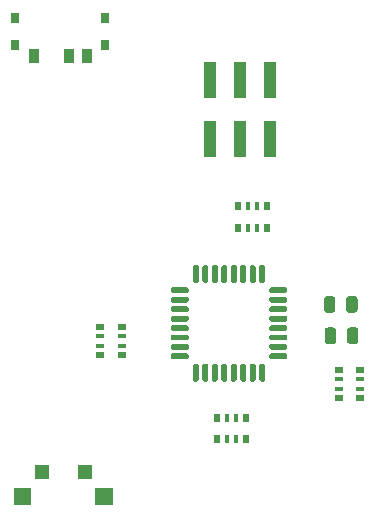
<source format=gbr>
%TF.GenerationSoftware,KiCad,Pcbnew,(5.99.0-2031-g4c5f3cb5b)*%
%TF.CreationDate,2020-06-28T22:12:08-05:00*%
%TF.ProjectId,InfinityMirrorSquare,496e6669-6e69-4747-994d-6972726f7253,rev?*%
%TF.SameCoordinates,Original*%
%TF.FileFunction,Paste,Bot*%
%TF.FilePolarity,Positive*%
%FSLAX46Y46*%
G04 Gerber Fmt 4.6, Leading zero omitted, Abs format (unit mm)*
G04 Created by KiCad (PCBNEW (5.99.0-2031-g4c5f3cb5b)) date 2020-06-28 22:12:08*
%MOMM*%
%LPD*%
G01*
G04 APERTURE LIST*
%ADD10R,1.000000X3.150000*%
%ADD11R,0.900000X1.250000*%
%ADD12R,0.800000X0.900000*%
%ADD13R,1.200000X1.200000*%
%ADD14R,0.800000X0.500000*%
%ADD15R,0.800000X0.400000*%
%ADD16R,0.500000X0.800000*%
%ADD17R,0.400000X0.800000*%
G04 APERTURE END LIST*
D10*
%TO.C,J1*%
X113040000Y-42525000D03*
X113040000Y-37475000D03*
X110500000Y-42525000D03*
X110500000Y-37475000D03*
X107960000Y-42525000D03*
X107960000Y-37475000D03*
%TD*%
%TO.C,U1*%
G36*
G01*
X112587500Y-53300000D02*
X112587500Y-54550000D01*
G75*
G02*
X112462500Y-54675000I-125000J0D01*
G01*
X112212500Y-54675000D01*
G75*
G02*
X112087500Y-54550000I0J125000D01*
G01*
X112087500Y-53300000D01*
G75*
G02*
X112212500Y-53175000I125000J0D01*
G01*
X112462500Y-53175000D01*
G75*
G02*
X112587500Y-53300000I0J-125000D01*
G01*
G37*
G36*
G01*
X111787500Y-53300000D02*
X111787500Y-54550000D01*
G75*
G02*
X111662500Y-54675000I-125000J0D01*
G01*
X111412500Y-54675000D01*
G75*
G02*
X111287500Y-54550000I0J125000D01*
G01*
X111287500Y-53300000D01*
G75*
G02*
X111412500Y-53175000I125000J0D01*
G01*
X111662500Y-53175000D01*
G75*
G02*
X111787500Y-53300000I0J-125000D01*
G01*
G37*
G36*
G01*
X110987500Y-53300000D02*
X110987500Y-54550000D01*
G75*
G02*
X110862500Y-54675000I-125000J0D01*
G01*
X110612500Y-54675000D01*
G75*
G02*
X110487500Y-54550000I0J125000D01*
G01*
X110487500Y-53300000D01*
G75*
G02*
X110612500Y-53175000I125000J0D01*
G01*
X110862500Y-53175000D01*
G75*
G02*
X110987500Y-53300000I0J-125000D01*
G01*
G37*
G36*
G01*
X110187500Y-53300000D02*
X110187500Y-54550000D01*
G75*
G02*
X110062500Y-54675000I-125000J0D01*
G01*
X109812500Y-54675000D01*
G75*
G02*
X109687500Y-54550000I0J125000D01*
G01*
X109687500Y-53300000D01*
G75*
G02*
X109812500Y-53175000I125000J0D01*
G01*
X110062500Y-53175000D01*
G75*
G02*
X110187500Y-53300000I0J-125000D01*
G01*
G37*
G36*
G01*
X109387500Y-53300000D02*
X109387500Y-54550000D01*
G75*
G02*
X109262500Y-54675000I-125000J0D01*
G01*
X109012500Y-54675000D01*
G75*
G02*
X108887500Y-54550000I0J125000D01*
G01*
X108887500Y-53300000D01*
G75*
G02*
X109012500Y-53175000I125000J0D01*
G01*
X109262500Y-53175000D01*
G75*
G02*
X109387500Y-53300000I0J-125000D01*
G01*
G37*
G36*
G01*
X108587500Y-53300000D02*
X108587500Y-54550000D01*
G75*
G02*
X108462500Y-54675000I-125000J0D01*
G01*
X108212500Y-54675000D01*
G75*
G02*
X108087500Y-54550000I0J125000D01*
G01*
X108087500Y-53300000D01*
G75*
G02*
X108212500Y-53175000I125000J0D01*
G01*
X108462500Y-53175000D01*
G75*
G02*
X108587500Y-53300000I0J-125000D01*
G01*
G37*
G36*
G01*
X107787500Y-53300000D02*
X107787500Y-54550000D01*
G75*
G02*
X107662500Y-54675000I-125000J0D01*
G01*
X107412500Y-54675000D01*
G75*
G02*
X107287500Y-54550000I0J125000D01*
G01*
X107287500Y-53300000D01*
G75*
G02*
X107412500Y-53175000I125000J0D01*
G01*
X107662500Y-53175000D01*
G75*
G02*
X107787500Y-53300000I0J-125000D01*
G01*
G37*
G36*
G01*
X106987500Y-53300000D02*
X106987500Y-54550000D01*
G75*
G02*
X106862500Y-54675000I-125000J0D01*
G01*
X106612500Y-54675000D01*
G75*
G02*
X106487500Y-54550000I0J125000D01*
G01*
X106487500Y-53300000D01*
G75*
G02*
X106612500Y-53175000I125000J0D01*
G01*
X106862500Y-53175000D01*
G75*
G02*
X106987500Y-53300000I0J-125000D01*
G01*
G37*
G36*
G01*
X106112500Y-55175000D02*
X106112500Y-55425000D01*
G75*
G02*
X105987500Y-55550000I-125000J0D01*
G01*
X104737500Y-55550000D01*
G75*
G02*
X104612500Y-55425000I0J125000D01*
G01*
X104612500Y-55175000D01*
G75*
G02*
X104737500Y-55050000I125000J0D01*
G01*
X105987500Y-55050000D01*
G75*
G02*
X106112500Y-55175000I0J-125000D01*
G01*
G37*
G36*
G01*
X106112500Y-55975000D02*
X106112500Y-56225000D01*
G75*
G02*
X105987500Y-56350000I-125000J0D01*
G01*
X104737500Y-56350000D01*
G75*
G02*
X104612500Y-56225000I0J125000D01*
G01*
X104612500Y-55975000D01*
G75*
G02*
X104737500Y-55850000I125000J0D01*
G01*
X105987500Y-55850000D01*
G75*
G02*
X106112500Y-55975000I0J-125000D01*
G01*
G37*
G36*
G01*
X106112500Y-56775000D02*
X106112500Y-57025000D01*
G75*
G02*
X105987500Y-57150000I-125000J0D01*
G01*
X104737500Y-57150000D01*
G75*
G02*
X104612500Y-57025000I0J125000D01*
G01*
X104612500Y-56775000D01*
G75*
G02*
X104737500Y-56650000I125000J0D01*
G01*
X105987500Y-56650000D01*
G75*
G02*
X106112500Y-56775000I0J-125000D01*
G01*
G37*
G36*
G01*
X106112500Y-57575000D02*
X106112500Y-57825000D01*
G75*
G02*
X105987500Y-57950000I-125000J0D01*
G01*
X104737500Y-57950000D01*
G75*
G02*
X104612500Y-57825000I0J125000D01*
G01*
X104612500Y-57575000D01*
G75*
G02*
X104737500Y-57450000I125000J0D01*
G01*
X105987500Y-57450000D01*
G75*
G02*
X106112500Y-57575000I0J-125000D01*
G01*
G37*
G36*
G01*
X106112500Y-58375000D02*
X106112500Y-58625000D01*
G75*
G02*
X105987500Y-58750000I-125000J0D01*
G01*
X104737500Y-58750000D01*
G75*
G02*
X104612500Y-58625000I0J125000D01*
G01*
X104612500Y-58375000D01*
G75*
G02*
X104737500Y-58250000I125000J0D01*
G01*
X105987500Y-58250000D01*
G75*
G02*
X106112500Y-58375000I0J-125000D01*
G01*
G37*
G36*
G01*
X106112500Y-59175000D02*
X106112500Y-59425000D01*
G75*
G02*
X105987500Y-59550000I-125000J0D01*
G01*
X104737500Y-59550000D01*
G75*
G02*
X104612500Y-59425000I0J125000D01*
G01*
X104612500Y-59175000D01*
G75*
G02*
X104737500Y-59050000I125000J0D01*
G01*
X105987500Y-59050000D01*
G75*
G02*
X106112500Y-59175000I0J-125000D01*
G01*
G37*
G36*
G01*
X106112500Y-59975000D02*
X106112500Y-60225000D01*
G75*
G02*
X105987500Y-60350000I-125000J0D01*
G01*
X104737500Y-60350000D01*
G75*
G02*
X104612500Y-60225000I0J125000D01*
G01*
X104612500Y-59975000D01*
G75*
G02*
X104737500Y-59850000I125000J0D01*
G01*
X105987500Y-59850000D01*
G75*
G02*
X106112500Y-59975000I0J-125000D01*
G01*
G37*
G36*
G01*
X106112500Y-60775000D02*
X106112500Y-61025000D01*
G75*
G02*
X105987500Y-61150000I-125000J0D01*
G01*
X104737500Y-61150000D01*
G75*
G02*
X104612500Y-61025000I0J125000D01*
G01*
X104612500Y-60775000D01*
G75*
G02*
X104737500Y-60650000I125000J0D01*
G01*
X105987500Y-60650000D01*
G75*
G02*
X106112500Y-60775000I0J-125000D01*
G01*
G37*
G36*
G01*
X106987500Y-61650000D02*
X106987500Y-62900000D01*
G75*
G02*
X106862500Y-63025000I-125000J0D01*
G01*
X106612500Y-63025000D01*
G75*
G02*
X106487500Y-62900000I0J125000D01*
G01*
X106487500Y-61650000D01*
G75*
G02*
X106612500Y-61525000I125000J0D01*
G01*
X106862500Y-61525000D01*
G75*
G02*
X106987500Y-61650000I0J-125000D01*
G01*
G37*
G36*
G01*
X107787500Y-61650000D02*
X107787500Y-62900000D01*
G75*
G02*
X107662500Y-63025000I-125000J0D01*
G01*
X107412500Y-63025000D01*
G75*
G02*
X107287500Y-62900000I0J125000D01*
G01*
X107287500Y-61650000D01*
G75*
G02*
X107412500Y-61525000I125000J0D01*
G01*
X107662500Y-61525000D01*
G75*
G02*
X107787500Y-61650000I0J-125000D01*
G01*
G37*
G36*
G01*
X108587500Y-61650000D02*
X108587500Y-62900000D01*
G75*
G02*
X108462500Y-63025000I-125000J0D01*
G01*
X108212500Y-63025000D01*
G75*
G02*
X108087500Y-62900000I0J125000D01*
G01*
X108087500Y-61650000D01*
G75*
G02*
X108212500Y-61525000I125000J0D01*
G01*
X108462500Y-61525000D01*
G75*
G02*
X108587500Y-61650000I0J-125000D01*
G01*
G37*
G36*
G01*
X109387500Y-61650000D02*
X109387500Y-62900000D01*
G75*
G02*
X109262500Y-63025000I-125000J0D01*
G01*
X109012500Y-63025000D01*
G75*
G02*
X108887500Y-62900000I0J125000D01*
G01*
X108887500Y-61650000D01*
G75*
G02*
X109012500Y-61525000I125000J0D01*
G01*
X109262500Y-61525000D01*
G75*
G02*
X109387500Y-61650000I0J-125000D01*
G01*
G37*
G36*
G01*
X110187500Y-61650000D02*
X110187500Y-62900000D01*
G75*
G02*
X110062500Y-63025000I-125000J0D01*
G01*
X109812500Y-63025000D01*
G75*
G02*
X109687500Y-62900000I0J125000D01*
G01*
X109687500Y-61650000D01*
G75*
G02*
X109812500Y-61525000I125000J0D01*
G01*
X110062500Y-61525000D01*
G75*
G02*
X110187500Y-61650000I0J-125000D01*
G01*
G37*
G36*
G01*
X110987500Y-61650000D02*
X110987500Y-62900000D01*
G75*
G02*
X110862500Y-63025000I-125000J0D01*
G01*
X110612500Y-63025000D01*
G75*
G02*
X110487500Y-62900000I0J125000D01*
G01*
X110487500Y-61650000D01*
G75*
G02*
X110612500Y-61525000I125000J0D01*
G01*
X110862500Y-61525000D01*
G75*
G02*
X110987500Y-61650000I0J-125000D01*
G01*
G37*
G36*
G01*
X111787500Y-61650000D02*
X111787500Y-62900000D01*
G75*
G02*
X111662500Y-63025000I-125000J0D01*
G01*
X111412500Y-63025000D01*
G75*
G02*
X111287500Y-62900000I0J125000D01*
G01*
X111287500Y-61650000D01*
G75*
G02*
X111412500Y-61525000I125000J0D01*
G01*
X111662500Y-61525000D01*
G75*
G02*
X111787500Y-61650000I0J-125000D01*
G01*
G37*
G36*
G01*
X112587500Y-61650000D02*
X112587500Y-62900000D01*
G75*
G02*
X112462500Y-63025000I-125000J0D01*
G01*
X112212500Y-63025000D01*
G75*
G02*
X112087500Y-62900000I0J125000D01*
G01*
X112087500Y-61650000D01*
G75*
G02*
X112212500Y-61525000I125000J0D01*
G01*
X112462500Y-61525000D01*
G75*
G02*
X112587500Y-61650000I0J-125000D01*
G01*
G37*
G36*
G01*
X114462500Y-60775000D02*
X114462500Y-61025000D01*
G75*
G02*
X114337500Y-61150000I-125000J0D01*
G01*
X113087500Y-61150000D01*
G75*
G02*
X112962500Y-61025000I0J125000D01*
G01*
X112962500Y-60775000D01*
G75*
G02*
X113087500Y-60650000I125000J0D01*
G01*
X114337500Y-60650000D01*
G75*
G02*
X114462500Y-60775000I0J-125000D01*
G01*
G37*
G36*
G01*
X114462500Y-59975000D02*
X114462500Y-60225000D01*
G75*
G02*
X114337500Y-60350000I-125000J0D01*
G01*
X113087500Y-60350000D01*
G75*
G02*
X112962500Y-60225000I0J125000D01*
G01*
X112962500Y-59975000D01*
G75*
G02*
X113087500Y-59850000I125000J0D01*
G01*
X114337500Y-59850000D01*
G75*
G02*
X114462500Y-59975000I0J-125000D01*
G01*
G37*
G36*
G01*
X114462500Y-59175000D02*
X114462500Y-59425000D01*
G75*
G02*
X114337500Y-59550000I-125000J0D01*
G01*
X113087500Y-59550000D01*
G75*
G02*
X112962500Y-59425000I0J125000D01*
G01*
X112962500Y-59175000D01*
G75*
G02*
X113087500Y-59050000I125000J0D01*
G01*
X114337500Y-59050000D01*
G75*
G02*
X114462500Y-59175000I0J-125000D01*
G01*
G37*
G36*
G01*
X114462500Y-58375000D02*
X114462500Y-58625000D01*
G75*
G02*
X114337500Y-58750000I-125000J0D01*
G01*
X113087500Y-58750000D01*
G75*
G02*
X112962500Y-58625000I0J125000D01*
G01*
X112962500Y-58375000D01*
G75*
G02*
X113087500Y-58250000I125000J0D01*
G01*
X114337500Y-58250000D01*
G75*
G02*
X114462500Y-58375000I0J-125000D01*
G01*
G37*
G36*
G01*
X114462500Y-57575000D02*
X114462500Y-57825000D01*
G75*
G02*
X114337500Y-57950000I-125000J0D01*
G01*
X113087500Y-57950000D01*
G75*
G02*
X112962500Y-57825000I0J125000D01*
G01*
X112962500Y-57575000D01*
G75*
G02*
X113087500Y-57450000I125000J0D01*
G01*
X114337500Y-57450000D01*
G75*
G02*
X114462500Y-57575000I0J-125000D01*
G01*
G37*
G36*
G01*
X114462500Y-56775000D02*
X114462500Y-57025000D01*
G75*
G02*
X114337500Y-57150000I-125000J0D01*
G01*
X113087500Y-57150000D01*
G75*
G02*
X112962500Y-57025000I0J125000D01*
G01*
X112962500Y-56775000D01*
G75*
G02*
X113087500Y-56650000I125000J0D01*
G01*
X114337500Y-56650000D01*
G75*
G02*
X114462500Y-56775000I0J-125000D01*
G01*
G37*
G36*
G01*
X114462500Y-55975000D02*
X114462500Y-56225000D01*
G75*
G02*
X114337500Y-56350000I-125000J0D01*
G01*
X113087500Y-56350000D01*
G75*
G02*
X112962500Y-56225000I0J125000D01*
G01*
X112962500Y-55975000D01*
G75*
G02*
X113087500Y-55850000I125000J0D01*
G01*
X114337500Y-55850000D01*
G75*
G02*
X114462500Y-55975000I0J-125000D01*
G01*
G37*
G36*
G01*
X114462500Y-55175000D02*
X114462500Y-55425000D01*
G75*
G02*
X114337500Y-55550000I-125000J0D01*
G01*
X113087500Y-55550000D01*
G75*
G02*
X112962500Y-55425000I0J125000D01*
G01*
X112962500Y-55175000D01*
G75*
G02*
X113087500Y-55050000I125000J0D01*
G01*
X114337500Y-55050000D01*
G75*
G02*
X114462500Y-55175000I0J-125000D01*
G01*
G37*
%TD*%
D11*
%TO.C,SW2*%
X93000000Y-35500000D03*
X96000000Y-35500000D03*
X97500000Y-35500000D03*
D12*
X99050000Y-34525000D03*
X91440000Y-34525000D03*
X91450000Y-32225000D03*
X99050000Y-32225000D03*
%TD*%
%TO.C,SW1*%
G36*
X99700000Y-73500000D02*
G01*
X98200000Y-73500000D01*
X98200000Y-72000000D01*
X99700000Y-72000000D01*
X99700000Y-73500000D01*
G37*
G36*
X92800000Y-73500000D02*
G01*
X91300000Y-73500000D01*
X91300000Y-72000000D01*
X92800000Y-72000000D01*
X92800000Y-73500000D01*
G37*
D13*
X97300000Y-70700000D03*
X93700000Y-70700000D03*
%TD*%
D14*
%TO.C,RN4*%
X120650000Y-62050000D03*
D15*
X120650000Y-62850000D03*
D14*
X120650000Y-64450000D03*
D15*
X120650000Y-63650000D03*
D14*
X118850000Y-62050000D03*
D15*
X118850000Y-63650000D03*
X118850000Y-62850000D03*
D14*
X118850000Y-64450000D03*
%TD*%
D16*
%TO.C,RN3*%
X110950000Y-67900000D03*
D17*
X110150000Y-67900000D03*
D16*
X108550000Y-67900000D03*
D17*
X109350000Y-67900000D03*
D16*
X110950000Y-66100000D03*
D17*
X109350000Y-66100000D03*
X110150000Y-66100000D03*
D16*
X108550000Y-66100000D03*
%TD*%
D14*
%TO.C,RN2*%
X98637500Y-60800000D03*
D15*
X98637500Y-60000000D03*
D14*
X98637500Y-58400000D03*
D15*
X98637500Y-59200000D03*
D14*
X100437500Y-60800000D03*
D15*
X100437500Y-59200000D03*
X100437500Y-60000000D03*
D14*
X100437500Y-58400000D03*
%TD*%
D16*
%TO.C,RN1*%
X110337500Y-48200000D03*
D17*
X111137500Y-48200000D03*
D16*
X112737500Y-48200000D03*
D17*
X111937500Y-48200000D03*
D16*
X110337500Y-50000000D03*
D17*
X111937500Y-50000000D03*
X111137500Y-50000000D03*
D16*
X112737500Y-50000000D03*
%TD*%
%TO.C,C2*%
G36*
G01*
X118612500Y-58693750D02*
X118612500Y-59606250D01*
G75*
G02*
X118368750Y-59850000I-243750J0D01*
G01*
X117881250Y-59850000D01*
G75*
G02*
X117637500Y-59606250I0J243750D01*
G01*
X117637500Y-58693750D01*
G75*
G02*
X117881250Y-58450000I243750J0D01*
G01*
X118368750Y-58450000D01*
G75*
G02*
X118612500Y-58693750I0J-243750D01*
G01*
G37*
G36*
G01*
X120487500Y-58693750D02*
X120487500Y-59606250D01*
G75*
G02*
X120243750Y-59850000I-243750J0D01*
G01*
X119756250Y-59850000D01*
G75*
G02*
X119512500Y-59606250I0J243750D01*
G01*
X119512500Y-58693750D01*
G75*
G02*
X119756250Y-58450000I243750J0D01*
G01*
X120243750Y-58450000D01*
G75*
G02*
X120487500Y-58693750I0J-243750D01*
G01*
G37*
%TD*%
%TO.C,C1*%
G36*
G01*
X118550000Y-56043750D02*
X118550000Y-56956250D01*
G75*
G02*
X118306250Y-57200000I-243750J0D01*
G01*
X117818750Y-57200000D01*
G75*
G02*
X117575000Y-56956250I0J243750D01*
G01*
X117575000Y-56043750D01*
G75*
G02*
X117818750Y-55800000I243750J0D01*
G01*
X118306250Y-55800000D01*
G75*
G02*
X118550000Y-56043750I0J-243750D01*
G01*
G37*
G36*
G01*
X120425000Y-56043750D02*
X120425000Y-56956250D01*
G75*
G02*
X120181250Y-57200000I-243750J0D01*
G01*
X119693750Y-57200000D01*
G75*
G02*
X119450000Y-56956250I0J243750D01*
G01*
X119450000Y-56043750D01*
G75*
G02*
X119693750Y-55800000I243750J0D01*
G01*
X120181250Y-55800000D01*
G75*
G02*
X120425000Y-56043750I0J-243750D01*
G01*
G37*
%TD*%
M02*

</source>
